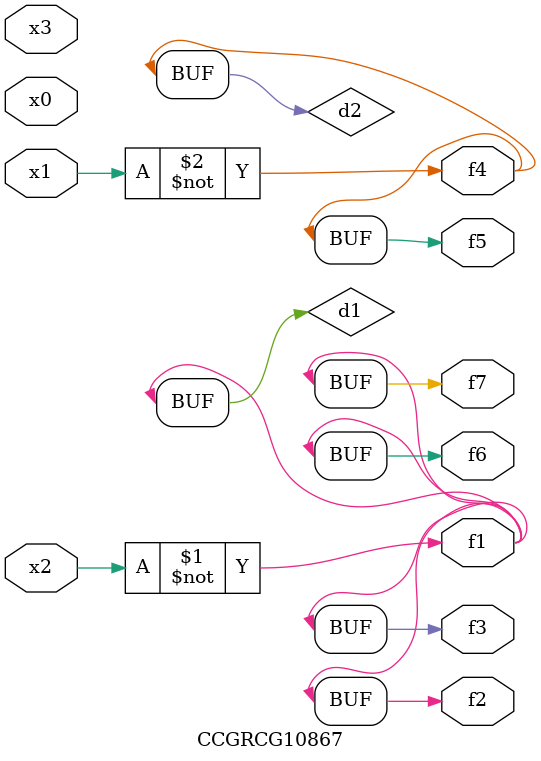
<source format=v>
module CCGRCG10867(
	input x0, x1, x2, x3,
	output f1, f2, f3, f4, f5, f6, f7
);

	wire d1, d2;

	xnor (d1, x2);
	not (d2, x1);
	assign f1 = d1;
	assign f2 = d1;
	assign f3 = d1;
	assign f4 = d2;
	assign f5 = d2;
	assign f6 = d1;
	assign f7 = d1;
endmodule

</source>
